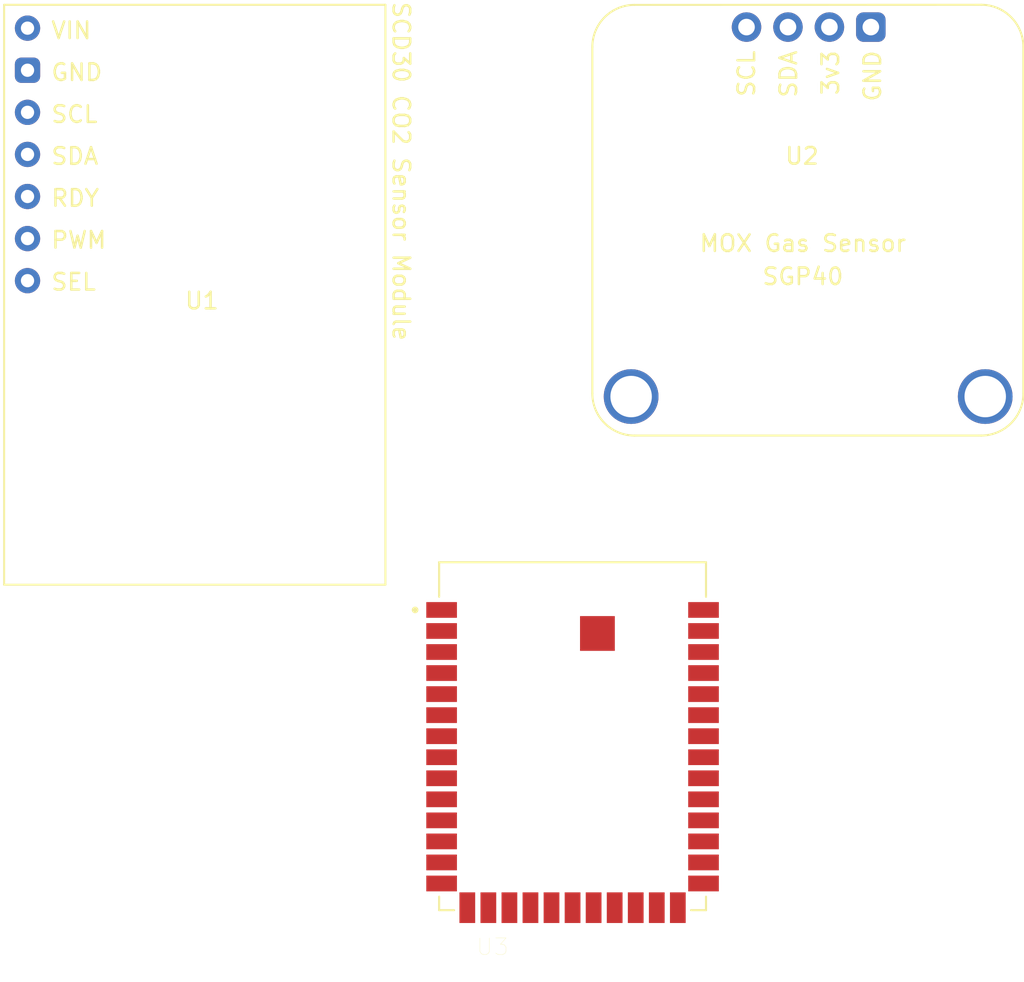
<source format=kicad_pcb>
(kicad_pcb (version 20171130) (host pcbnew 5.1.10)

  (general
    (thickness 1.6)
    (drawings 0)
    (tracks 0)
    (zones 0)
    (modules 3)
    (nets 38)
  )

  (page A4)
  (layers
    (0 F.Cu signal)
    (31 B.Cu signal)
    (32 B.Adhes user)
    (33 F.Adhes user)
    (34 B.Paste user)
    (35 F.Paste user)
    (36 B.SilkS user)
    (37 F.SilkS user)
    (38 B.Mask user)
    (39 F.Mask user)
    (40 Dwgs.User user)
    (41 Cmts.User user)
    (42 Eco1.User user)
    (43 Eco2.User user)
    (44 Edge.Cuts user)
    (45 Margin user)
    (46 B.CrtYd user)
    (47 F.CrtYd user)
    (48 B.Fab user)
    (49 F.Fab user)
  )

  (setup
    (last_trace_width 0.25)
    (trace_clearance 0.2)
    (zone_clearance 0.508)
    (zone_45_only no)
    (trace_min 0.2)
    (via_size 0.8)
    (via_drill 0.4)
    (via_min_size 0.4)
    (via_min_drill 0.3)
    (uvia_size 0.3)
    (uvia_drill 0.1)
    (uvias_allowed no)
    (uvia_min_size 0.2)
    (uvia_min_drill 0.1)
    (edge_width 0.05)
    (segment_width 0.2)
    (pcb_text_width 0.3)
    (pcb_text_size 1.5 1.5)
    (mod_edge_width 0.12)
    (mod_text_size 1 1)
    (mod_text_width 0.15)
    (pad_size 1.524 1.524)
    (pad_drill 0.762)
    (pad_to_mask_clearance 0)
    (aux_axis_origin 0 0)
    (visible_elements FFFFFF7F)
    (pcbplotparams
      (layerselection 0x010fc_ffffffff)
      (usegerberextensions false)
      (usegerberattributes true)
      (usegerberadvancedattributes true)
      (creategerberjobfile true)
      (excludeedgelayer true)
      (linewidth 0.100000)
      (plotframeref false)
      (viasonmask false)
      (mode 1)
      (useauxorigin false)
      (hpglpennumber 1)
      (hpglpenspeed 20)
      (hpglpendiameter 15.000000)
      (psnegative false)
      (psa4output false)
      (plotreference true)
      (plotvalue true)
      (plotinvisibletext false)
      (padsonsilk false)
      (subtractmaskfromsilk false)
      (outputformat 1)
      (mirror false)
      (drillshape 1)
      (scaleselection 1)
      (outputdirectory ""))
  )

  (net 0 "")
  (net 1 "Net-(U1-Pad6)")
  (net 2 "Net-(U1-Pad7)")
  (net 3 "Net-(U1-Pad5)")
  (net 4 VDD)
  (net 5 GND)
  (net 6 SCL)
  (net 7 SDA)
  (net 8 "Net-(U3-PadP38)")
  (net 9 "Net-(U3-PadP37)")
  (net 10 "Net-(U3-PadP36)")
  (net 11 "Net-(U3-PadP35)")
  (net 12 "Net-(U3-PadP34)")
  (net 13 "Net-(U3-PadP33)")
  (net 14 "Net-(U3-PadP32)")
  (net 15 "Net-(U3-PadP31)")
  (net 16 "Net-(U3-PadP30)")
  (net 17 "Net-(U3-PadP29)")
  (net 18 "Net-(U3-PadP28)")
  (net 19 "Net-(U3-PadP24)")
  (net 20 "Net-(U3-PadP22)")
  (net 21 "Net-(U3-PadP20)")
  (net 22 "Net-(U3-PadP18)")
  (net 23 "Net-(U3-PadP17)")
  (net 24 "Net-(U3-PadP16)")
  (net 25 "Net-(U3-PadP15)")
  (net 26 "Net-(U3-PadP13)")
  (net 27 "Net-(U3-PadP12)")
  (net 28 "Net-(U3-PadP11)")
  (net 29 "Net-(U3-PadP10)")
  (net 30 "Net-(U3-PadP9)")
  (net 31 "Net-(U3-PadP8)")
  (net 32 "Net-(U3-PadP7)")
  (net 33 "Net-(U3-PadP6)")
  (net 34 "Net-(U3-PadP4)")
  (net 35 "Net-(U3-PadP3)")
  (net 36 "Net-(U3-PadP2)")
  (net 37 AN_IN0)

  (net_class Default "This is the default net class."
    (clearance 0.2)
    (trace_width 0.25)
    (via_dia 0.8)
    (via_drill 0.4)
    (uvia_dia 0.3)
    (uvia_drill 0.1)
    (add_net AN_IN0)
    (add_net GND)
    (add_net "Net-(U1-Pad5)")
    (add_net "Net-(U1-Pad6)")
    (add_net "Net-(U1-Pad7)")
    (add_net "Net-(U3-PadP10)")
    (add_net "Net-(U3-PadP11)")
    (add_net "Net-(U3-PadP12)")
    (add_net "Net-(U3-PadP13)")
    (add_net "Net-(U3-PadP15)")
    (add_net "Net-(U3-PadP16)")
    (add_net "Net-(U3-PadP17)")
    (add_net "Net-(U3-PadP18)")
    (add_net "Net-(U3-PadP2)")
    (add_net "Net-(U3-PadP20)")
    (add_net "Net-(U3-PadP22)")
    (add_net "Net-(U3-PadP24)")
    (add_net "Net-(U3-PadP28)")
    (add_net "Net-(U3-PadP29)")
    (add_net "Net-(U3-PadP3)")
    (add_net "Net-(U3-PadP30)")
    (add_net "Net-(U3-PadP31)")
    (add_net "Net-(U3-PadP32)")
    (add_net "Net-(U3-PadP33)")
    (add_net "Net-(U3-PadP34)")
    (add_net "Net-(U3-PadP35)")
    (add_net "Net-(U3-PadP36)")
    (add_net "Net-(U3-PadP37)")
    (add_net "Net-(U3-PadP38)")
    (add_net "Net-(U3-PadP4)")
    (add_net "Net-(U3-PadP6)")
    (add_net "Net-(U3-PadP7)")
    (add_net "Net-(U3-PadP8)")
    (add_net "Net-(U3-PadP9)")
    (add_net SCL)
    (add_net SDA)
    (add_net VDD)
  )

  (module mdx:XCVR_MDX-STWBP-R01 (layer F.Cu) (tedit 60C6324E) (tstamp 60C67EF7)
    (at 136.2837 118.5799)
    (path /60C64641)
    (fp_text reference U3 (at -4.825 15.865) (layer F.SilkS)
      (effects (font (size 1 1) (thickness 0.015)))
    )
    (fp_text value MDX-STWBP-R01 (at 3.43 17.365) (layer F.Fab)
      (effects (font (size 1 1) (thickness 0.015)))
    )
    (fp_text user PCB~Edge (at 9.5 -7.5) (layer F.Fab)
      (effects (font (size 0.64 0.64) (thickness 0.015)))
    )
    (fp_line (start -9.075 -13.9) (end 9.075 -13.9) (layer F.CrtYd) (width 0.05))
    (fp_line (start 9.075 -13.9) (end 9.075 14.675) (layer F.CrtYd) (width 0.05))
    (fp_line (start 9.075 14.675) (end -9.075 14.675) (layer F.CrtYd) (width 0.05))
    (fp_line (start -9.075 14.675) (end -9.075 -13.9) (layer F.CrtYd) (width 0.05))
    (fp_line (start -8.05 -7.35) (end 8.05 -7.35) (layer F.SilkS) (width 0.127))
    (fp_line (start -8.05 13.65) (end -8.05 12.835) (layer F.SilkS) (width 0.127))
    (fp_line (start -7.145 13.65) (end -8.05 13.65) (layer F.SilkS) (width 0.127))
    (fp_line (start 8.05 13.65) (end 7.145 13.65) (layer F.SilkS) (width 0.127))
    (fp_line (start 8.05 12.835) (end 8.05 13.65) (layer F.SilkS) (width 0.127))
    (fp_line (start 8.05 -13.65) (end 8.05 -7.35) (layer F.Fab) (width 0.127))
    (fp_line (start 8.05 -7.35) (end 8.05 -5.265) (layer F.SilkS) (width 0.127))
    (fp_line (start -8.05 -13.65) (end 8.05 -13.65) (layer F.Fab) (width 0.127))
    (fp_line (start -8.05 -5.265) (end -8.05 -7.35) (layer F.SilkS) (width 0.127))
    (fp_line (start -8.05 -7.35) (end -8.05 -13.65) (layer F.Fab) (width 0.127))
    (fp_line (start 8.05 -7.35) (end 12 -7.35) (layer F.Fab) (width 0.127))
    (fp_line (start -12 -7.35) (end -8.05 -7.35) (layer F.Fab) (width 0.127))
    (fp_line (start -8.05 -7.35) (end 8.05 -7.35) (layer F.Fab) (width 0.127))
    (fp_line (start 8.05 -7.35) (end 8.05 13.65) (layer F.Fab) (width 0.127))
    (fp_line (start -8.05 13.65) (end -8.05 -7.35) (layer F.Fab) (width 0.127))
    (fp_line (start 8.05 13.65) (end -8.05 13.65) (layer F.Fab) (width 0.127))
    (fp_poly (pts (xy 8.05 -7.35) (xy 8.05 -4.95) (xy 6.97 -4.95) (xy 6.97 -3.99)
      (xy 8.05 -3.99) (xy 8.05 -3.68) (xy 6.97 -3.68) (xy 6.97 -2.72)
      (xy 8.05 -2.72) (xy 8.05 -2.41) (xy 6.97 -2.41) (xy 6.97 -1.45)
      (xy 8.05 -1.45) (xy 8.05 -1.14) (xy 6.97 -1.14) (xy 6.97 -0.18)
      (xy 8.05 -0.18) (xy 8.05 0.13) (xy 6.97 0.13) (xy 6.97 1.09)
      (xy 8.05 1.09) (xy 8.05 1.4) (xy 6.97 1.4) (xy 6.97 2.36)
      (xy 8.05 2.36) (xy 8.05 2.67) (xy 6.97 2.67) (xy 6.97 3.63)
      (xy 8.05 3.63) (xy 8.05 3.94) (xy 6.97 3.94) (xy 6.97 4.9)
      (xy 8.05 4.9) (xy 8.05 5.21) (xy 6.97 5.21) (xy 6.97 6.17)
      (xy 8.05 6.17) (xy 8.05 6.48) (xy 6.97 6.48) (xy 6.97 7.44)
      (xy 8.05 7.44) (xy 8.05 7.75) (xy 6.97 7.75) (xy 6.97 8.71)
      (xy 8.05 8.71) (xy 8.05 9.02) (xy 6.97 9.02) (xy 6.97 9.98)
      (xy 8.05 9.98) (xy 8.05 10.29) (xy 6.97 10.29) (xy 6.97 11.25)
      (xy 8.05 11.25) (xy 8.05 11.56) (xy 6.97 11.56) (xy 6.97 12.52)
      (xy 8.05 12.52) (xy 8.05 13.65) (xy 6.83 13.65) (xy 6.83 12.57)
      (xy 5.87 12.57) (xy 5.87 13.65) (xy 5.56 13.65) (xy 5.56 12.57)
      (xy 4.6 12.57) (xy 4.6 13.65) (xy 4.29 13.65) (xy 4.29 12.57)
      (xy 3.33 12.57) (xy 3.33 13.65) (xy 3.02 13.65) (xy 3.02 12.57)
      (xy 2.06 12.57) (xy 2.06 13.65) (xy 1.75 13.65) (xy 1.75 12.57)
      (xy 0.79 12.57) (xy 0.79 13.65) (xy 0.48 13.65) (xy 0.48 12.57)
      (xy -0.48 12.57) (xy -0.48 13.65) (xy -0.79 13.65) (xy -0.79 12.57)
      (xy -1.75 12.57) (xy -1.75 13.65) (xy -2.06 13.65) (xy -2.06 12.57)
      (xy -3.02 12.57) (xy -3.02 13.65) (xy -3.33 13.65) (xy -3.33 12.57)
      (xy -4.29 12.57) (xy -4.29 13.65) (xy -4.6 13.65) (xy -4.6 12.57)
      (xy -5.56 12.57) (xy -5.56 13.65) (xy -5.87 13.65) (xy -5.87 12.57)
      (xy -6.83 12.57) (xy -6.83 13.65) (xy -8.05 13.65) (xy -8.05 12.52)
      (xy -6.97 12.52) (xy -6.97 11.56) (xy -8.05 11.56) (xy -8.05 11.25)
      (xy -6.97 11.25) (xy -6.97 10.29) (xy -8.05 10.29) (xy -8.05 9.98)
      (xy -6.97 9.98) (xy -6.97 9.02) (xy -8.05 9.02) (xy -8.05 8.71)
      (xy -6.97 8.71) (xy -6.97 7.75) (xy -8.05 7.75) (xy -8.05 7.44)
      (xy -6.97 7.44) (xy -6.97 6.48) (xy -8.05 6.48) (xy -8.05 6.17)
      (xy -6.97 6.17) (xy -6.97 5.21) (xy -8.05 5.21) (xy -8.05 4.9)
      (xy -6.97 4.9) (xy -6.97 3.94) (xy -8.05 3.94) (xy -8.05 3.63)
      (xy -6.97 3.63) (xy -6.97 2.67) (xy -8.05 2.67) (xy -8.05 2.36)
      (xy -6.97 2.36) (xy -6.97 1.4) (xy -8.05 1.4) (xy -8.05 1.09)
      (xy -6.97 1.09) (xy -6.97 0.13) (xy -8.05 0.13) (xy -8.05 -0.18)
      (xy -6.97 -0.18) (xy -6.97 -1.14) (xy -8.05 -1.14) (xy -8.05 -1.45)
      (xy -6.97 -1.45) (xy -6.97 -2.41) (xy -8.05 -2.41) (xy -8.05 -2.72)
      (xy -6.97 -2.72) (xy -6.97 -3.68) (xy -8.05 -3.68) (xy -8.05 -3.99)
      (xy -6.97 -3.99) (xy -6.97 -4.95) (xy -8.05 -4.95) (xy -8.05 -7.35)
      (xy 0.445 -7.35) (xy 0.445 -1.995) (xy 2.555 -1.995) (xy 2.555 -4.105)
      (xy 0.45 -4.105) (xy 0.45 -7.35)) (layer Dwgs.User) (width 0.01))
    (fp_poly (pts (xy 2.555 -3.99) (xy 8.05 -3.99) (xy 8.05 -3.68) (xy 6.97 -3.68)
      (xy 6.97 -2.72) (xy 8.05 -2.72) (xy 8.05 -2.41) (xy 6.97 -2.41)
      (xy 6.97 -1.45) (xy 8.05 -1.45) (xy 8.05 -1.14) (xy 6.97 -1.14)
      (xy 6.97 -0.18) (xy 8.05 -0.18) (xy 8.05 0.13) (xy 6.97 0.13)
      (xy 6.97 1.09) (xy 8.05 1.09) (xy 8.05 1.4) (xy 6.97 1.4)
      (xy 6.97 2.36) (xy 8.05 2.36) (xy 8.05 2.67) (xy 6.97 2.67)
      (xy 6.97 3.63) (xy 8.05 3.63) (xy 8.05 3.94) (xy 6.97 3.94)
      (xy 6.97 4.9) (xy 8.05 4.9) (xy 8.05 5.21) (xy 6.97 5.21)
      (xy 6.97 6.17) (xy 8.05 6.17) (xy 8.05 6.48) (xy 6.97 6.48)
      (xy 6.97 7.44) (xy 8.05 7.44) (xy 8.05 7.75) (xy 6.97 7.75)
      (xy 6.97 8.71) (xy 8.05 8.71) (xy 8.05 9.02) (xy 6.97 9.02)
      (xy 6.97 9.98) (xy 8.05 9.98) (xy 8.05 10.29) (xy 6.97 10.29)
      (xy 6.97 11.25) (xy 8.05 11.25) (xy 8.05 11.56) (xy 6.97 11.56)
      (xy 6.97 12.52) (xy 8.05 12.52) (xy 8.05 13.65) (xy 6.83 13.65)
      (xy 6.83 12.57) (xy 5.87 12.57) (xy 5.87 13.65) (xy 5.56 13.65)
      (xy 5.56 12.57) (xy 4.6 12.57) (xy 4.6 13.65) (xy 4.29 13.65)
      (xy 4.29 12.57) (xy 3.33 12.57) (xy 3.33 13.65) (xy 3.02 13.65)
      (xy 3.02 12.57) (xy 2.06 12.57) (xy 2.06 13.65) (xy 1.75 13.65)
      (xy 1.75 12.57) (xy 0.79 12.57) (xy 0.79 13.65) (xy 0.48 13.65)
      (xy 0.48 12.57) (xy -0.48 12.57) (xy -0.48 13.65) (xy -0.79 13.65)
      (xy -0.79 12.57) (xy -1.75 12.57) (xy -1.75 13.65) (xy -2.06 13.65)
      (xy -2.06 12.57) (xy -3.02 12.57) (xy -3.02 13.65) (xy -3.33 13.65)
      (xy -3.33 12.57) (xy -4.29 12.57) (xy -4.29 13.65) (xy -4.6 13.65)
      (xy -4.6 12.57) (xy -5.56 12.57) (xy -5.56 13.65) (xy -5.87 13.65)
      (xy -5.87 12.57) (xy -6.83 12.57) (xy -6.83 13.65) (xy -8.05 13.65)
      (xy -8.05 12.52) (xy -6.97 12.52) (xy -6.97 11.56) (xy -8.05 11.56)
      (xy -8.05 11.25) (xy -6.97 11.25) (xy -6.97 10.29) (xy -8.05 10.29)
      (xy -8.05 9.98) (xy -6.97 9.98) (xy -6.97 9.02) (xy -8.05 9.02)
      (xy -8.05 8.71) (xy -6.97 8.71) (xy -6.97 7.75) (xy -8.05 7.75)
      (xy -8.05 7.44) (xy -6.97 7.44) (xy -6.97 6.48) (xy -8.05 6.48)
      (xy -8.05 6.17) (xy -6.97 6.17) (xy -6.97 5.21) (xy -8.05 5.21)
      (xy -8.05 4.9) (xy -6.97 4.9) (xy -6.97 3.94) (xy -8.05 3.94)
      (xy -8.05 3.63) (xy -6.97 3.63) (xy -6.97 2.67) (xy -8.05 2.67)
      (xy -8.05 2.36) (xy -6.97 2.36) (xy -6.97 1.4) (xy -8.05 1.4)
      (xy -8.05 1.09) (xy -6.97 1.09) (xy -6.97 0.13) (xy -8.05 0.13)
      (xy -8.05 -0.18) (xy -6.97 -0.18) (xy -6.97 -1.14) (xy -8.05 -1.14)
      (xy -8.05 -1.45) (xy -6.97 -1.45) (xy -6.97 -2.41) (xy -8.05 -2.41)
      (xy -8.05 -2.72) (xy -6.97 -2.72) (xy -6.97 -3.68) (xy -8.05 -3.68)
      (xy -8.05 -3.99) (xy -6.97 -3.99) (xy -6.97 -4.95) (xy -8.05 -4.95)
      (xy -8.05 -7.35) (xy 8.05 -7.35) (xy 8.05 -4.95) (xy 0.445 -4.95)
      (xy 0.445 -1.995) (xy 2.555 -1.995)) (layer Dwgs.User) (width 0.01))
    (fp_circle (center -9.5 -4.47) (end -9.4 -4.47) (layer F.Fab) (width 0.2))
    (fp_circle (center -9.5 -4.47) (end -9.4 -4.47) (layer F.SilkS) (width 0.2))
    (pad P40 smd rect (at 1.5 -3.05) (size 2.1 2.1) (layers F.Cu F.Paste F.Mask)
      (net 5 GND))
    (pad P39 smd rect (at 7.9 -4.47) (size 1.85 0.95) (layers F.Cu F.Paste F.Mask)
      (net 5 GND))
    (pad P38 smd rect (at 7.9 -3.2) (size 1.85 0.95) (layers F.Cu F.Paste F.Mask)
      (net 8 "Net-(U3-PadP38)"))
    (pad P37 smd rect (at 7.9 -1.93) (size 1.85 0.95) (layers F.Cu F.Paste F.Mask)
      (net 9 "Net-(U3-PadP37)"))
    (pad P36 smd rect (at 7.9 -0.66) (size 1.85 0.95) (layers F.Cu F.Paste F.Mask)
      (net 10 "Net-(U3-PadP36)"))
    (pad P35 smd rect (at 7.9 0.61) (size 1.85 0.95) (layers F.Cu F.Paste F.Mask)
      (net 11 "Net-(U3-PadP35)"))
    (pad P34 smd rect (at 7.9 1.88) (size 1.85 0.95) (layers F.Cu F.Paste F.Mask)
      (net 12 "Net-(U3-PadP34)"))
    (pad P33 smd rect (at 7.9 3.15) (size 1.85 0.95) (layers F.Cu F.Paste F.Mask)
      (net 13 "Net-(U3-PadP33)"))
    (pad P32 smd rect (at 7.9 4.42) (size 1.85 0.95) (layers F.Cu F.Paste F.Mask)
      (net 14 "Net-(U3-PadP32)"))
    (pad P31 smd rect (at 7.9 5.69) (size 1.85 0.95) (layers F.Cu F.Paste F.Mask)
      (net 15 "Net-(U3-PadP31)"))
    (pad P30 smd rect (at 7.9 6.96) (size 1.85 0.95) (layers F.Cu F.Paste F.Mask)
      (net 16 "Net-(U3-PadP30)"))
    (pad P29 smd rect (at 7.9 8.23) (size 1.85 0.95) (layers F.Cu F.Paste F.Mask)
      (net 17 "Net-(U3-PadP29)"))
    (pad P28 smd rect (at 7.9 9.5) (size 1.85 0.95) (layers F.Cu F.Paste F.Mask)
      (net 18 "Net-(U3-PadP28)"))
    (pad P27 smd rect (at 7.9 10.77) (size 1.85 0.95) (layers F.Cu F.Paste F.Mask)
      (net 37 AN_IN0))
    (pad P26 smd rect (at 7.9 12.04) (size 1.85 0.95) (layers F.Cu F.Paste F.Mask)
      (net 5 GND))
    (pad P25 smd rect (at 6.35 13.5) (size 0.95 1.85) (layers F.Cu F.Paste F.Mask)
      (net 7 SDA))
    (pad P24 smd rect (at 5.08 13.5) (size 0.95 1.85) (layers F.Cu F.Paste F.Mask)
      (net 19 "Net-(U3-PadP24)"))
    (pad P23 smd rect (at 3.81 13.5) (size 0.95 1.85) (layers F.Cu F.Paste F.Mask)
      (net 6 SCL))
    (pad P22 smd rect (at 2.54 13.5) (size 0.95 1.85) (layers F.Cu F.Paste F.Mask)
      (net 20 "Net-(U3-PadP22)"))
    (pad P21 smd rect (at 1.27 13.5) (size 0.95 1.85) (layers F.Cu F.Paste F.Mask)
      (net 5 GND))
    (pad P20 smd rect (at 0 13.5) (size 0.95 1.85) (layers F.Cu F.Paste F.Mask)
      (net 21 "Net-(U3-PadP20)"))
    (pad P19 smd rect (at -1.27 13.5) (size 0.95 1.85) (layers F.Cu F.Paste F.Mask)
      (net 4 VDD))
    (pad P18 smd rect (at -2.54 13.5) (size 0.95 1.85) (layers F.Cu F.Paste F.Mask)
      (net 22 "Net-(U3-PadP18)"))
    (pad P17 smd rect (at -3.81 13.5) (size 0.95 1.85) (layers F.Cu F.Paste F.Mask)
      (net 23 "Net-(U3-PadP17)"))
    (pad P16 smd rect (at -5.08 13.5) (size 0.95 1.85) (layers F.Cu F.Paste F.Mask)
      (net 24 "Net-(U3-PadP16)"))
    (pad P15 smd rect (at -6.35 13.5) (size 0.95 1.85) (layers F.Cu F.Paste F.Mask)
      (net 25 "Net-(U3-PadP15)"))
    (pad P14 smd rect (at -7.9 12.04) (size 1.85 0.95) (layers F.Cu F.Paste F.Mask)
      (net 5 GND))
    (pad P13 smd rect (at -7.9 10.77) (size 1.85 0.95) (layers F.Cu F.Paste F.Mask)
      (net 26 "Net-(U3-PadP13)"))
    (pad P12 smd rect (at -7.9 9.5) (size 1.85 0.95) (layers F.Cu F.Paste F.Mask)
      (net 27 "Net-(U3-PadP12)"))
    (pad P11 smd rect (at -7.9 8.23) (size 1.85 0.95) (layers F.Cu F.Paste F.Mask)
      (net 28 "Net-(U3-PadP11)"))
    (pad P10 smd rect (at -7.9 6.96) (size 1.85 0.95) (layers F.Cu F.Paste F.Mask)
      (net 29 "Net-(U3-PadP10)"))
    (pad P9 smd rect (at -7.9 5.69) (size 1.85 0.95) (layers F.Cu F.Paste F.Mask)
      (net 30 "Net-(U3-PadP9)"))
    (pad P8 smd rect (at -7.9 4.42) (size 1.85 0.95) (layers F.Cu F.Paste F.Mask)
      (net 31 "Net-(U3-PadP8)"))
    (pad P7 smd rect (at -7.9 3.15) (size 1.85 0.95) (layers F.Cu F.Paste F.Mask)
      (net 32 "Net-(U3-PadP7)"))
    (pad P6 smd rect (at -7.9 1.88) (size 1.85 0.95) (layers F.Cu F.Paste F.Mask)
      (net 33 "Net-(U3-PadP6)"))
    (pad P5 smd rect (at -7.9 0.61) (size 1.85 0.95) (layers F.Cu F.Paste F.Mask)
      (net 5 GND))
    (pad P4 smd rect (at -7.9 -0.66) (size 1.85 0.95) (layers F.Cu F.Paste F.Mask)
      (net 34 "Net-(U3-PadP4)"))
    (pad P3 smd rect (at -7.9 -1.93) (size 1.85 0.95) (layers F.Cu F.Paste F.Mask)
      (net 35 "Net-(U3-PadP3)"))
    (pad P2 smd rect (at -7.9 -3.2) (size 1.85 0.95) (layers F.Cu F.Paste F.Mask)
      (net 36 "Net-(U3-PadP2)"))
    (pad P1 smd rect (at -7.9 -4.47) (size 1.85 0.95) (layers F.Cu F.Paste F.Mask)
      (net 5 GND))
  )

  (module sgp40:sgp40-sparkx-breakout (layer F.Cu) (tedit 6058868C) (tstamp 60C681F1)
    (at 137.4775 77.5843)
    (path /60C62A04)
    (fp_text reference U2 (at 12.65 9.13 180) (layer F.SilkS)
      (effects (font (size 1 1) (thickness 0.15)))
    )
    (fp_text value SGP40 (at 12.7 9.4 180) (layer F.Fab)
      (effects (font (size 1 1) (thickness 0.15)))
    )
    (fp_line (start 2.5389 26) (end 23.46 26) (layer F.SilkS) (width 0.12))
    (fp_line (start 26 23.46) (end 26 2.5464) (layer F.SilkS) (width 0.12))
    (fp_line (start 23.46 0) (end 2.5389 0.0064) (layer F.SilkS) (width 0.12))
    (fp_line (start -0.0011 2.5464) (end -0.0011 23.46) (layer F.SilkS) (width 0.12))
    (fp_text user GND (at 16.9 4.3 90) (layer F.SilkS)
      (effects (font (size 1 1) (thickness 0.15)))
    )
    (fp_text user 3v3 (at 14.366666 4.109524 90) (layer F.SilkS)
      (effects (font (size 1 1) (thickness 0.15)))
    )
    (fp_text user SDA (at 11.833333 4.180952 90) (layer F.SilkS)
      (effects (font (size 1 1) (thickness 0.15)))
    )
    (fp_text user SCL (at 9.3 4.157143 270) (layer F.SilkS)
      (effects (font (size 1 1) (thickness 0.15)))
    )
    (fp_arc (start 2.5389 23.46) (end -0.0011 23.46) (angle -90) (layer F.SilkS) (width 0.12))
    (fp_arc (start 23.46 23.46) (end 23.46 26) (angle -90) (layer F.SilkS) (width 0.12))
    (fp_arc (start 23.46 2.54) (end 26 2.54) (angle -90) (layer F.SilkS) (width 0.12))
    (fp_arc (start 2.5389 2.5464) (end 2.5389 0.0064) (angle -90) (layer F.SilkS) (width 0.12))
    (fp_text user SGP40 (at 12.7 16.4 180) (layer F.SilkS)
      (effects (font (size 1 1) (thickness 0.15)))
    )
    (fp_text user "MOX Gas Sensor" (at 12.7 14.4 180) (layer F.SilkS)
      (effects (font (size 1 1) (thickness 0.15)))
    )
    (pad M1 thru_hole circle (at 2.3389 23.6464 180) (size 3.3 3.3) (drill 2.5) (layers *.Cu *.Mask)
      (solder_mask_margin 0.0508))
    (pad M2 thru_hole circle (at 23.7 23.6464 180) (size 3.3 3.3) (drill 2.5) (layers *.Cu *.Mask)
      (solder_mask_margin 0.0508))
    (pad 1 thru_hole roundrect (at 16.8 1.3464 180) (size 1.778 1.778) (drill 1) (layers *.Cu *.Mask) (roundrect_rratio 0.25)
      (net 5 GND) (solder_mask_margin 0.0508))
    (pad 2 thru_hole circle (at 14.3 1.3464 180) (size 1.778 1.778) (drill 1) (layers *.Cu *.Mask)
      (net 4 VDD) (solder_mask_margin 0.0508))
    (pad 3 thru_hole circle (at 11.8 1.3464 180) (size 1.778 1.778) (drill 1) (layers *.Cu *.Mask)
      (net 7 SDA) (solder_mask_margin 0.0508))
    (pad 4 thru_hole circle (at 9.3 1.3464 180) (size 1.778 1.778) (drill 1) (layers *.Cu *.Mask)
      (net 6 SCL) (solder_mask_margin 0.0508))
  )

  (module scd30:scd30 (layer F.Cu) (tedit 60731A85) (tstamp 60C681D9)
    (at 101.9937 112.5855)
    (path /60C624CF)
    (fp_text reference U1 (at 11.93 -17.135 -180) (layer F.SilkS)
      (effects (font (size 1 1) (thickness 0.15)))
    )
    (fp_text value SCD30 (at 3.01 -0.99) (layer F.Fab)
      (effects (font (size 1 1) (thickness 0.15)))
    )
    (fp_line (start 23 0) (end 23 -35) (layer F.SilkS) (width 0.12))
    (fp_line (start 23 -35) (end 0 -35) (layer F.SilkS) (width 0.12))
    (fp_line (start 0 -35) (end 0 0) (layer F.SilkS) (width 0.12))
    (fp_line (start 0 0) (end 23 0) (layer F.SilkS) (width 0.12))
    (fp_text user "SCD30 CO2 Sensor Module" (at 23.95 -24.95 270 unlocked) (layer F.SilkS)
      (effects (font (size 1 1) (thickness 0.15)))
    )
    (fp_text user VIN (at 4.05 -33.45) (layer F.SilkS)
      (effects (font (size 1 1) (thickness 0.15)))
    )
    (fp_text user GND (at 4.383333 -30.92) (layer F.SilkS)
      (effects (font (size 1 1) (thickness 0.15)))
    )
    (fp_text user SCL (at 4.240476 -28.39) (layer F.SilkS)
      (effects (font (size 1 1) (thickness 0.15)))
    )
    (fp_text user SDA (at 4.264286 -25.86) (layer F.SilkS)
      (effects (font (size 1 1) (thickness 0.15)))
    )
    (fp_text user RDY (at 4.288095 -23.33) (layer F.SilkS)
      (effects (font (size 1 1) (thickness 0.15)))
    )
    (fp_text user PWM (at 4.502381 -20.8) (layer F.SilkS)
      (effects (font (size 1 1) (thickness 0.15)))
    )
    (fp_text user SEL (at 4.192857 -18.27) (layer F.SilkS)
      (effects (font (size 1 1) (thickness 0.15)))
    )
    (pad 1 thru_hole circle (at 1.41 -33.59) (size 1.524 1.524) (drill 0.8) (layers *.Cu *.Mask)
      (net 4 VDD))
    (pad 6 thru_hole circle (at 1.41 -20.89) (size 1.524 1.524) (drill 0.8) (layers *.Cu *.Mask)
      (net 1 "Net-(U1-Pad6)"))
    (pad 7 thru_hole circle (at 1.41 -18.35) (size 1.524 1.524) (drill 0.8) (layers *.Cu *.Mask)
      (net 2 "Net-(U1-Pad7)"))
    (pad 2 thru_hole roundrect (at 1.41 -31.05) (size 1.524 1.524) (drill 0.8) (layers *.Cu *.Mask) (roundrect_rratio 0.25)
      (net 5 GND))
    (pad 3 thru_hole circle (at 1.41 -28.51) (size 1.524 1.524) (drill 0.8) (layers *.Cu *.Mask)
      (net 6 SCL))
    (pad 5 thru_hole circle (at 1.41 -23.43) (size 1.524 1.524) (drill 0.8) (layers *.Cu *.Mask)
      (net 3 "Net-(U1-Pad5)"))
    (pad 4 thru_hole circle (at 1.41 -25.97) (size 1.524 1.524) (drill 0.8) (layers *.Cu *.Mask)
      (net 7 SDA))
  )

)

</source>
